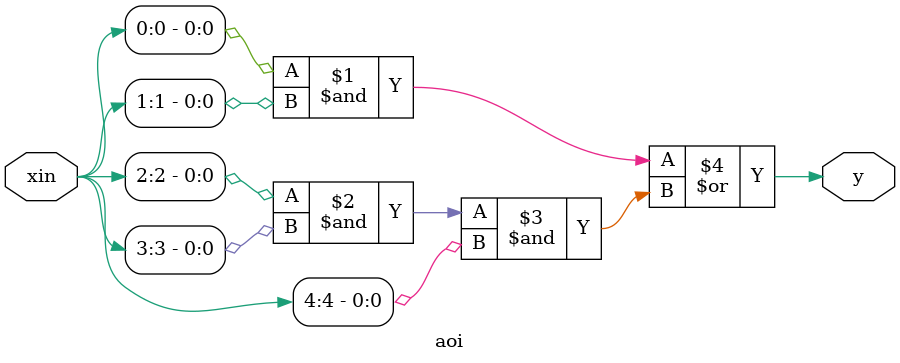
<source format=v>

module aoi(input [4:0] xin, output y);

assign y = (xin[0] & xin[1]) | (xin[2] & xin[3] & xin[4]);

endmodule
</source>
